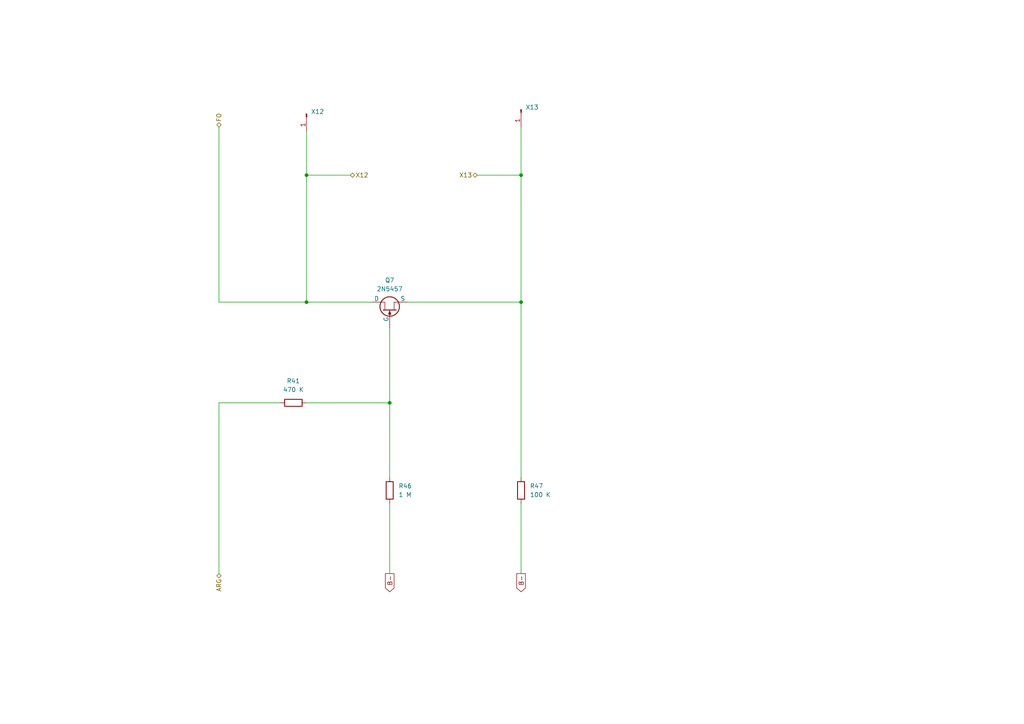
<source format=kicad_sch>
(kicad_sch (version 20230121) (generator eeschema)
  (paper "A4")
  (title_block (title "Coltage Contrlled Amplifier") (rev "0.5") (company "http://musicfromouterspace.com/analogsynth_new/NOISETOASTER/NOISETOASTER.php") (comment 1 "Licence: CC-BY-NC-SA") (comment 2 "Original Design by Ray Wilson") (comment 3 "Music From Outer Space LLC"))
  (lib_symbols
    (symbol "Connector:Conn_01x01_Pin" (pin_names (offset 1.016) hide)
      (property "Reference" "J" (at 0 2.54 0))
      (property "Value" "Conn_01x01_Pin" (at 0 -2.54 0))
      (symbol "Conn_01x01_Pin_1_1"
        (polyline (pts (xy 1.27 0) (xy 0.8636 0)) (stroke (width 0.1524)))
        (rectangle (start 0.8636 0.127) (end 0 -0.127) (stroke (width 0.1524)) (fill (type outline)))
        (pin passive line (at 5.08 0 180) (length 3.81) (name "Pin_1") (number "1"))
      )
    )
    (symbol "Device:R" (pin_numbers hide) (pin_names (offset 0))
      (property "Reference" "R" (at 2.032 0 90))
      (property "Value" "R" (at 0 0 90))
      (symbol "R_0_1"
        (rectangle (start -1.016 -2.54) (end 1.016 2.54) (stroke (width 0.254)))
      )
      (symbol "R_1_1"
        (pin passive line (at 0 3.81 270) (length 1.27) (name "~") (number "1"))
        (pin passive line (at 0 -3.81 90) (length 1.27) (name "~") (number "2"))
      )
    )
    (symbol "Simulation_SPICE:NJFET" (pin_numbers hide) (pin_names (offset 0))
      (property "Reference" "Q" (at 5.08 1.27 0))
      (property "Value" "NJFET" (at 5.08 -1.27 0))
      (symbol "NJFET_0_1"
        (polyline (pts (xy 0.254 1.905) (xy 0.254 -1.905) (xy 0.254 -1.905)) (stroke (width 0.254)))
        (polyline (pts (xy 2.54 -2.54) (xy 2.54 -1.27) (xy 0.254 -1.27)))
        (polyline (pts (xy 2.54 2.54) (xy 2.54 1.397) (xy 0.254 1.397)))
        (polyline (pts (xy 0 0) (xy -1.016 0.381) (xy -1.016 -0.381) (xy 0 0)) (fill (type outline)))
        (circle (center 1.27 0) (radius 2.8194) (stroke (width 0.254)))
      )
      (symbol "NJFET_1_1"
        (pin passive line (at 2.54 5.08 270) (length 2.54) (name "D") (number "1"))
        (pin input line (at -5.08 0 0) (length 5.334) (name "G") (number "2"))
        (pin passive line (at 2.54 -5.08 90) (length 2.54) (name "S") (number "3"))
      )
    )
  )
  (junction (at 151.13 50.8))
  (junction (at 88.9 50.8))
  (junction (at 151.13 87.63))
  (junction (at 88.9 87.63))
  (junction (at 113.03 116.84))
  (wire (pts (xy 151.13 50.8) (xy 151.13 87.63)))
  (wire (pts (xy 138.43 50.8) (xy 151.13 50.8)))
  (wire (pts (xy 88.9 50.8) (xy 101.6 50.8)))
  (wire (pts (xy 63.5 87.63) (xy 88.9 87.63)))
  (wire (pts (xy 113.03 116.84) (xy 113.03 138.43)))
  (wire (pts (xy 113.03 146.05) (xy 113.03 166.37)))
  (wire (pts (xy 81.28 116.84) (xy 63.5 116.84)))
  (wire (pts (xy 113.03 95.25) (xy 113.03 116.84)))
  (wire (pts (xy 88.9 38.1) (xy 88.9 50.8)))
  (wire (pts (xy 118.11 87.63) (xy 151.13 87.63)))
  (wire (pts (xy 151.13 166.37) (xy 151.13 146.05)))
  (wire (pts (xy 63.5 116.84) (xy 63.5 166.37)))
  (wire (pts (xy 151.13 36.83) (xy 151.13 50.8)))
  (wire (pts (xy 88.9 87.63) (xy 107.95 87.63)))
  (wire (pts (xy 88.9 50.8) (xy 88.9 87.63)))
  (wire (pts (xy 151.13 87.63) (xy 151.13 138.43)))
  (wire (pts (xy 88.9 116.84) (xy 113.03 116.84)))
  (wire (pts (xy 63.5 36.83) (xy 63.5 87.63)))
  (global_label "B-" (shape output) (at 113.03 166.37 270) (property "Intersheetrefs" "${INTERSHEET_REFS}" (effects hide)))
  (global_label "B-" (shape output) (at 151.13 166.37 270) (property "Intersheetrefs" "${INTERSHEET_REFS}" (effects hide)))
  (hierarchical_label "X13" (shape bidirectional) (at 138.43 50.8 180))
  (hierarchical_label "ARG" (shape bidirectional) (at 63.5 166.37 270))
  (hierarchical_label "FO" (shape bidirectional) (at 63.5 36.83 90))
  (hierarchical_label "X12" (shape bidirectional) (at 101.6 50.8 0))
  (symbol (lib_id "Simulation_SPICE:NJFET") (at 113.03 90.17 90) (unit 1)
    (property "Reference" "Q7" (at 113.03 81.28 90))
    (property "Value" "2N5457" (at 113.03 83.82 90))
    (property "Sim.Device" "NJFET" (effects hide))
    (property "Sim.Type" "SHICHMANHODGES" (effects hide))
    (property "Sim.Pins" "1=D 2=G 3=S" (effects hide))
  )
  (symbol (lib_id "Device:R") (at 151.13 142.24 0) (unit 1)
    (property "Reference" "R47" (at 153.67 140.97 0) (effects (justify left)))
    (property "Value" "100 K" (at 153.67 143.51 0) (effects (justify left)))
  )
  (symbol (lib_id "Connector:Conn_01x01_Pin") (at 151.13 31.75 270) (unit 1)
    (property "Reference" "X13" (at 152.4 31.115 90) (effects (justify left)))
    (property "Value" "Conn_01x01_Pin" (effects hide))
  )
  (symbol (lib_id "Connector:Conn_01x01_Pin") (at 88.9 33.02 270) (unit 1)
    (property "Reference" "X12" (at 90.17 32.385 90) (effects (justify left)))
    (property "Value" "Conn_01x01_Pin" (effects hide))
  )
  (symbol (lib_id "Device:R") (at 113.03 142.24 0) (unit 1)
    (property "Reference" "R46" (at 115.57 140.97 0) (effects (justify left)))
    (property "Value" "1 M" (at 115.57 143.51 0) (effects (justify left)))
  )
  (symbol (lib_id "Device:R") (at 85.09 116.84 90) (unit 1)
    (property "Reference" "R41" (at 85.09 110.49 90))
    (property "Value" "470 K" (at 85.09 113.03 90))
  )
)
</source>
